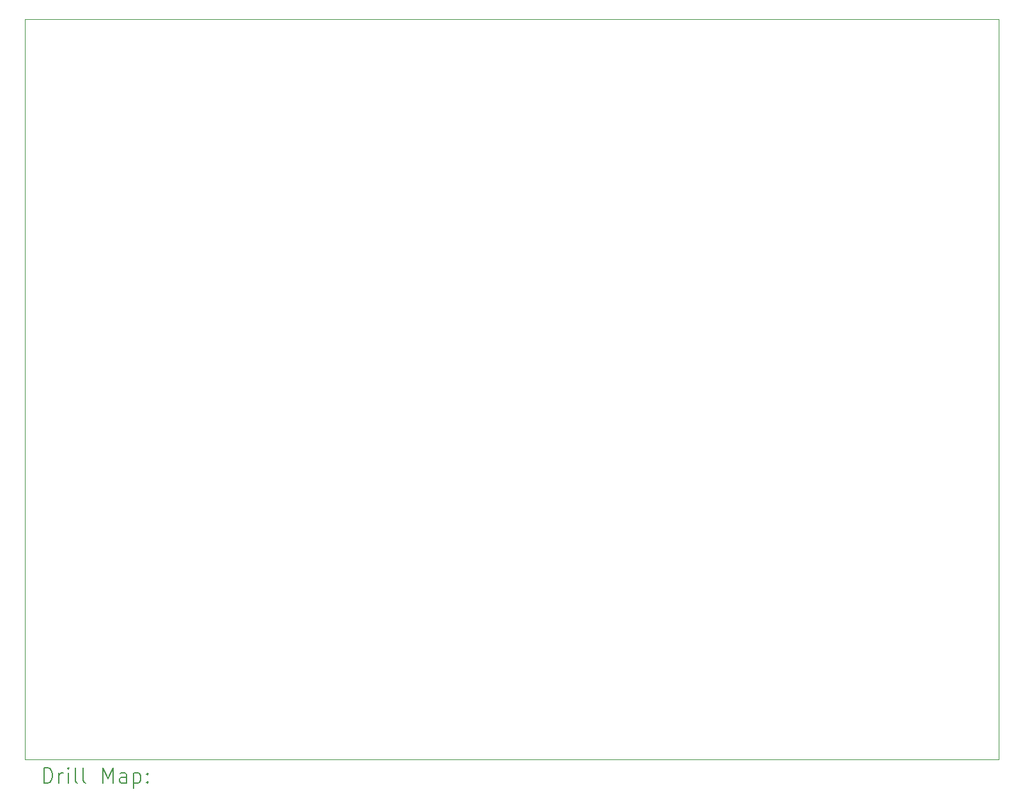
<source format=gbr>
%TF.GenerationSoftware,KiCad,Pcbnew,(6.0.8-1)-1*%
%TF.CreationDate,2022-10-04T15:12:44-04:00*%
%TF.ProjectId,Untitled,556e7469-746c-4656-942e-6b696361645f,rev?*%
%TF.SameCoordinates,Original*%
%TF.FileFunction,Drillmap*%
%TF.FilePolarity,Positive*%
%FSLAX45Y45*%
G04 Gerber Fmt 4.5, Leading zero omitted, Abs format (unit mm)*
G04 Created by KiCad (PCBNEW (6.0.8-1)-1) date 2022-10-04 15:12:44*
%MOMM*%
%LPD*%
G01*
G04 APERTURE LIST*
%ADD10C,0.100000*%
%ADD11C,0.200000*%
G04 APERTURE END LIST*
D10*
X4572000Y-3191000D02*
X17474000Y-3191000D01*
X17474000Y-3191000D02*
X17474000Y-12990000D01*
X17474000Y-12990000D02*
X4572000Y-12990000D01*
X4572000Y-12990000D02*
X4572000Y-3191000D01*
D11*
X4824619Y-13305476D02*
X4824619Y-13105476D01*
X4872238Y-13105476D01*
X4900810Y-13115000D01*
X4919857Y-13134048D01*
X4929381Y-13153095D01*
X4938905Y-13191190D01*
X4938905Y-13219762D01*
X4929381Y-13257857D01*
X4919857Y-13276905D01*
X4900810Y-13295952D01*
X4872238Y-13305476D01*
X4824619Y-13305476D01*
X5024619Y-13305476D02*
X5024619Y-13172143D01*
X5024619Y-13210238D02*
X5034143Y-13191190D01*
X5043667Y-13181667D01*
X5062714Y-13172143D01*
X5081762Y-13172143D01*
X5148429Y-13305476D02*
X5148429Y-13172143D01*
X5148429Y-13105476D02*
X5138905Y-13115000D01*
X5148429Y-13124524D01*
X5157952Y-13115000D01*
X5148429Y-13105476D01*
X5148429Y-13124524D01*
X5272238Y-13305476D02*
X5253190Y-13295952D01*
X5243667Y-13276905D01*
X5243667Y-13105476D01*
X5377000Y-13305476D02*
X5357952Y-13295952D01*
X5348429Y-13276905D01*
X5348429Y-13105476D01*
X5605571Y-13305476D02*
X5605571Y-13105476D01*
X5672238Y-13248333D01*
X5738905Y-13105476D01*
X5738905Y-13305476D01*
X5919857Y-13305476D02*
X5919857Y-13200714D01*
X5910333Y-13181667D01*
X5891286Y-13172143D01*
X5853190Y-13172143D01*
X5834143Y-13181667D01*
X5919857Y-13295952D02*
X5900809Y-13305476D01*
X5853190Y-13305476D01*
X5834143Y-13295952D01*
X5824619Y-13276905D01*
X5824619Y-13257857D01*
X5834143Y-13238809D01*
X5853190Y-13229286D01*
X5900809Y-13229286D01*
X5919857Y-13219762D01*
X6015095Y-13172143D02*
X6015095Y-13372143D01*
X6015095Y-13181667D02*
X6034143Y-13172143D01*
X6072238Y-13172143D01*
X6091286Y-13181667D01*
X6100809Y-13191190D01*
X6110333Y-13210238D01*
X6110333Y-13267381D01*
X6100809Y-13286428D01*
X6091286Y-13295952D01*
X6072238Y-13305476D01*
X6034143Y-13305476D01*
X6015095Y-13295952D01*
X6196048Y-13286428D02*
X6205571Y-13295952D01*
X6196048Y-13305476D01*
X6186524Y-13295952D01*
X6196048Y-13286428D01*
X6196048Y-13305476D01*
X6196048Y-13181667D02*
X6205571Y-13191190D01*
X6196048Y-13200714D01*
X6186524Y-13191190D01*
X6196048Y-13181667D01*
X6196048Y-13200714D01*
M02*

</source>
